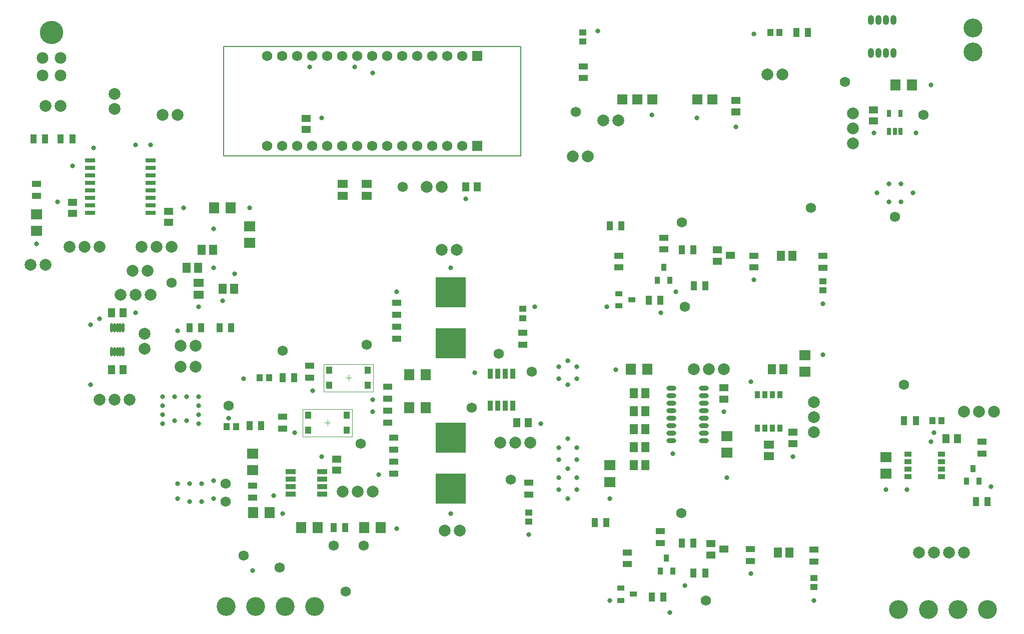
<source format=gts>
G04*
G04 #@! TF.GenerationSoftware,Altium Limited,Altium Designer,22.8.2 (66)*
G04*
G04 Layer_Color=8388736*
%FSLAX25Y25*%
%MOIN*%
G70*
G04*
G04 #@! TF.SameCoordinates,BEF1E4EC-90C0-4ACD-898C-557356F843F1*
G04*
G04*
G04 #@! TF.FilePolarity,Negative*
G04*
G01*
G75*
%ADD16C,0.00500*%
%ADD19C,0.00197*%
%ADD20C,0.00394*%
%ADD46R,0.06509X0.05524*%
%ADD47R,0.04934X0.06312*%
%ADD48O,0.01784X0.06312*%
%ADD49R,0.06706X0.03162*%
%ADD50C,0.06800*%
%ADD51R,0.04343X0.06115*%
%ADD52R,0.07690X0.06509*%
%ADD53R,0.06115X0.04343*%
%ADD54R,0.05524X0.06509*%
%ADD55R,0.06509X0.07690*%
%ADD56R,0.06312X0.04934*%
%ADD57R,0.03792X0.05131*%
%ADD58O,0.06509X0.03162*%
%ADD59R,0.04737X0.03556*%
%ADD60R,0.06312X0.04737*%
%ADD61R,0.03556X0.04737*%
%ADD62R,0.04540X0.04343*%
%ADD63R,0.03950X0.04737*%
%ADD64R,0.06902X0.03359*%
%ADD65R,0.03359X0.06902*%
%ADD66R,0.04343X0.04540*%
%ADD67R,0.20485X0.20485*%
%ADD68O,0.04147X0.06509*%
%ADD69R,0.03162X0.04737*%
%ADD70R,0.05131X0.03792*%
%ADD71C,0.07887*%
%ADD72C,0.06824*%
%ADD73R,0.06824X0.06824*%
%ADD74C,0.07800*%
%ADD75C,0.15600*%
%ADD76C,0.12611*%
%ADD77R,0.06800X0.06800*%
%ADD78C,0.03300*%
D16*
X164941Y338764D02*
Y411756D01*
Y338764D02*
X362933D01*
Y411756D01*
X164941D02*
X362933D01*
X164941Y338764D02*
Y411756D01*
Y338764D02*
X362933D01*
Y411756D01*
X164941D02*
X362933D01*
D19*
X217465Y151285D02*
Y169789D01*
X250535Y151285D02*
Y169789D01*
X217465D02*
X250535D01*
X217465Y151285D02*
X250535D01*
X231465Y181285D02*
Y199789D01*
X264535Y181285D02*
Y199789D01*
X231465D02*
X264535D01*
X231465Y181285D02*
X264535D01*
D20*
X232031Y160537D02*
X235968D01*
X234000Y158569D02*
Y162505D01*
X246031Y190537D02*
X249969D01*
X248000Y188568D02*
Y192506D01*
D46*
X260000Y319937D02*
D03*
Y312063D02*
D03*
X244000Y319937D02*
D03*
Y312063D02*
D03*
X148000Y246063D02*
D03*
Y253937D02*
D03*
X528000Y146063D02*
D03*
Y138189D02*
D03*
D47*
X97740Y234000D02*
D03*
X90260D02*
D03*
X97740Y196000D02*
D03*
X90260D02*
D03*
X333740Y318000D02*
D03*
X326260D02*
D03*
X360260Y160537D02*
D03*
X367740D02*
D03*
X646260Y150000D02*
D03*
X653740D02*
D03*
D48*
X97937Y224071D02*
D03*
X95969D02*
D03*
X94000D02*
D03*
X92032D02*
D03*
X90063D02*
D03*
X97937Y207929D02*
D03*
X95969D02*
D03*
X94000D02*
D03*
X92032D02*
D03*
X90063D02*
D03*
D49*
X116157Y300500D02*
D03*
Y305500D02*
D03*
Y310500D02*
D03*
Y315500D02*
D03*
Y320500D02*
D03*
Y325500D02*
D03*
Y330500D02*
D03*
Y335500D02*
D03*
X75842Y300500D02*
D03*
Y305500D02*
D03*
Y310500D02*
D03*
Y315500D02*
D03*
Y320500D02*
D03*
Y325500D02*
D03*
Y330500D02*
D03*
Y335500D02*
D03*
D50*
X284000Y318000D02*
D03*
X130000Y254000D02*
D03*
X472000Y238000D02*
D03*
X556000Y304000D02*
D03*
X470000Y294126D02*
D03*
X612000Y298000D02*
D03*
X469937Y100126D02*
D03*
X486000Y42000D02*
D03*
X178000Y72000D02*
D03*
X246000Y48000D02*
D03*
X202000Y64000D02*
D03*
X256000Y146537D02*
D03*
X168000Y172000D02*
D03*
X238000Y78537D02*
D03*
X258000D02*
D03*
X356000Y122537D02*
D03*
X330000Y170537D02*
D03*
X348000Y206537D02*
D03*
X166000Y108000D02*
D03*
X370000Y194537D02*
D03*
X260000Y212537D02*
D03*
X166000Y120000D02*
D03*
X204000Y208537D02*
D03*
X399400Y368100D02*
D03*
X578700Y387800D02*
D03*
X631000Y365800D02*
D03*
X618000Y186000D02*
D03*
D51*
X45937Y350000D02*
D03*
X38063D02*
D03*
X56126D02*
D03*
X64000D02*
D03*
X142063Y224000D02*
D03*
X149937D02*
D03*
X169937D02*
D03*
X162063D02*
D03*
X422063Y292000D02*
D03*
X429937D02*
D03*
X485937Y252000D02*
D03*
X478063D02*
D03*
X455937Y242126D02*
D03*
X448063D02*
D03*
X477937Y276000D02*
D03*
X470063D02*
D03*
X477937Y60126D02*
D03*
X485811D02*
D03*
X450000Y44126D02*
D03*
X457874D02*
D03*
X419937Y94000D02*
D03*
X412063D02*
D03*
X470000Y80126D02*
D03*
X477874D02*
D03*
X182063Y158537D02*
D03*
X189937D02*
D03*
X245937Y90537D02*
D03*
X238063D02*
D03*
X204063Y190537D02*
D03*
X211937D02*
D03*
X546314Y420900D02*
D03*
X554188D02*
D03*
X626000Y162000D02*
D03*
X618126D02*
D03*
X673937Y108000D02*
D03*
X666063D02*
D03*
D52*
X40000Y299512D02*
D03*
Y288488D02*
D03*
X182000Y291512D02*
D03*
Y280488D02*
D03*
X552000Y194614D02*
D03*
Y205638D02*
D03*
X422000Y132126D02*
D03*
Y121102D02*
D03*
X500000Y151512D02*
D03*
Y140488D02*
D03*
X184000Y140049D02*
D03*
Y129025D02*
D03*
X606000Y137512D02*
D03*
Y126488D02*
D03*
D53*
X40000Y312063D02*
D03*
Y319937D02*
D03*
X458000Y276189D02*
D03*
Y284063D02*
D03*
X518000Y264126D02*
D03*
Y272000D02*
D03*
X428000Y264189D02*
D03*
Y272063D02*
D03*
X564000Y264063D02*
D03*
Y271937D02*
D03*
X515937Y76126D02*
D03*
Y68252D02*
D03*
X433937Y74063D02*
D03*
Y66189D02*
D03*
X558000Y75937D02*
D03*
Y68063D02*
D03*
X455937Y88126D02*
D03*
Y80252D02*
D03*
X364000Y220474D02*
D03*
Y212600D02*
D03*
X204000Y156600D02*
D03*
Y164474D02*
D03*
X274000Y168474D02*
D03*
Y160600D02*
D03*
X278000Y126600D02*
D03*
Y134474D02*
D03*
Y142600D02*
D03*
Y150474D02*
D03*
X368000Y112600D02*
D03*
Y120474D02*
D03*
X274000Y176600D02*
D03*
Y184474D02*
D03*
X184000Y110600D02*
D03*
Y118474D02*
D03*
X222000Y190600D02*
D03*
Y198474D02*
D03*
X280000Y232600D02*
D03*
Y240474D02*
D03*
Y224474D02*
D03*
Y216600D02*
D03*
X404500Y398386D02*
D03*
Y390512D02*
D03*
X670000Y140063D02*
D03*
Y147937D02*
D03*
D54*
X171937Y250000D02*
D03*
X164063D02*
D03*
X147874Y264000D02*
D03*
X140000D02*
D03*
X157937Y276000D02*
D03*
X150063D02*
D03*
X534063Y74000D02*
D03*
X541937D02*
D03*
X536063Y272000D02*
D03*
X543937D02*
D03*
X438063Y156126D02*
D03*
X445937D02*
D03*
X438063Y144126D02*
D03*
X445937D02*
D03*
X438063Y132126D02*
D03*
X445937D02*
D03*
X438063Y180126D02*
D03*
X445937D02*
D03*
X438063Y168126D02*
D03*
X445937D02*
D03*
X537937Y196126D02*
D03*
X530063D02*
D03*
D55*
X169512Y304000D02*
D03*
X158488D02*
D03*
X447024Y196126D02*
D03*
X436000D02*
D03*
X258488Y90537D02*
D03*
X269512D02*
D03*
X216488D02*
D03*
X227512D02*
D03*
X299512Y170537D02*
D03*
X288488D02*
D03*
X184488Y100537D02*
D03*
X195512D02*
D03*
X288488Y192537D02*
D03*
X299512D02*
D03*
X623512Y386000D02*
D03*
X612488D02*
D03*
D56*
X64000Y300260D02*
D03*
Y307740D02*
D03*
X128000Y294260D02*
D03*
Y301740D02*
D03*
X219839Y356161D02*
D03*
Y363642D02*
D03*
X544000Y154126D02*
D03*
Y146646D02*
D03*
X498000Y176386D02*
D03*
Y183866D02*
D03*
X240000Y136277D02*
D03*
Y128797D02*
D03*
X506000Y375480D02*
D03*
Y368000D02*
D03*
X597700Y361860D02*
D03*
Y369340D02*
D03*
D57*
X535500Y179347D02*
D03*
X530500D02*
D03*
X525500D02*
D03*
X520500D02*
D03*
X535500Y156905D02*
D03*
X530500D02*
D03*
X525500D02*
D03*
X520500D02*
D03*
D58*
X484728Y148626D02*
D03*
Y153626D02*
D03*
Y158626D02*
D03*
Y163626D02*
D03*
Y168626D02*
D03*
Y173626D02*
D03*
Y178626D02*
D03*
Y183626D02*
D03*
X463272Y148626D02*
D03*
Y153626D02*
D03*
Y158626D02*
D03*
Y163626D02*
D03*
Y168626D02*
D03*
Y173626D02*
D03*
Y178626D02*
D03*
Y183626D02*
D03*
D59*
X428268Y246681D02*
D03*
Y238571D02*
D03*
X436732Y242626D02*
D03*
X437937Y46126D02*
D03*
X429472Y42071D02*
D03*
Y50181D02*
D03*
D60*
X502331Y272126D02*
D03*
X493669Y268386D02*
D03*
Y275866D02*
D03*
X489606Y79866D02*
D03*
Y72386D02*
D03*
X498268Y76126D02*
D03*
D61*
X453945Y255661D02*
D03*
X462055D02*
D03*
X458000Y264126D02*
D03*
X459937Y70126D02*
D03*
X463992Y61661D02*
D03*
X455882D02*
D03*
X664000Y130000D02*
D03*
X668055Y121535D02*
D03*
X659945D02*
D03*
D62*
X564000Y255051D02*
D03*
Y248949D02*
D03*
X558000Y50949D02*
D03*
Y57051D02*
D03*
X364000Y230435D02*
D03*
Y236537D02*
D03*
X368000Y100600D02*
D03*
Y94498D02*
D03*
X404300Y414949D02*
D03*
Y421051D02*
D03*
D63*
X221205Y165537D02*
D03*
Y155537D02*
D03*
X246795Y165537D02*
D03*
Y155537D02*
D03*
X235205Y195537D02*
D03*
Y185537D02*
D03*
X260795Y195537D02*
D03*
Y185537D02*
D03*
D64*
X209370Y128037D02*
D03*
Y123037D02*
D03*
Y118037D02*
D03*
Y113037D02*
D03*
X230630Y128037D02*
D03*
Y123037D02*
D03*
Y118037D02*
D03*
Y113037D02*
D03*
D65*
X357500Y193167D02*
D03*
X352500D02*
D03*
X347500D02*
D03*
X342500D02*
D03*
X357500Y171907D02*
D03*
X352500D02*
D03*
X347500D02*
D03*
X342500D02*
D03*
D66*
X195051Y190537D02*
D03*
X188949D02*
D03*
X173051Y158000D02*
D03*
X166949D02*
D03*
X535302Y420900D02*
D03*
X529200D02*
D03*
X637012Y162000D02*
D03*
X643114D02*
D03*
D67*
X316000Y150537D02*
D03*
Y116679D02*
D03*
Y247466D02*
D03*
Y213608D02*
D03*
D68*
X596200Y407375D02*
D03*
X601200D02*
D03*
X606200D02*
D03*
X611200D02*
D03*
X596200Y429225D02*
D03*
X601200D02*
D03*
X606200D02*
D03*
X611200D02*
D03*
D69*
X615740Y354995D02*
D03*
X608260D02*
D03*
X615740Y366806D02*
D03*
X608260D02*
D03*
X612000Y354995D02*
D03*
D70*
X643221Y124500D02*
D03*
Y129500D02*
D03*
Y134500D02*
D03*
Y139500D02*
D03*
X620780Y124500D02*
D03*
Y129500D02*
D03*
Y134500D02*
D03*
Y139500D02*
D03*
D71*
X112000Y220000D02*
D03*
Y210000D02*
D03*
X102000Y176000D02*
D03*
X92000D02*
D03*
X82000D02*
D03*
X96000Y246000D02*
D03*
X106000D02*
D03*
X116000D02*
D03*
X82000Y278000D02*
D03*
X72000D02*
D03*
X62000D02*
D03*
X110000D02*
D03*
X120000D02*
D03*
X130000D02*
D03*
X46000Y266000D02*
D03*
X36000D02*
D03*
X124000Y366000D02*
D03*
X134000D02*
D03*
X56000Y372000D02*
D03*
X46000D02*
D03*
X300000Y318000D02*
D03*
X310000D02*
D03*
X92000Y370000D02*
D03*
Y380000D02*
D03*
X114000Y262000D02*
D03*
X104000D02*
D03*
X136000Y198000D02*
D03*
X146000D02*
D03*
X136000Y212000D02*
D03*
X146000D02*
D03*
X558000Y154126D02*
D03*
Y164126D02*
D03*
Y174126D02*
D03*
X498000Y196126D02*
D03*
X488000D02*
D03*
X478000D02*
D03*
X628000Y74000D02*
D03*
X638000D02*
D03*
X648000D02*
D03*
X658000D02*
D03*
X322000Y88537D02*
D03*
X312000D02*
D03*
X369200Y147137D02*
D03*
X359200D02*
D03*
X349200D02*
D03*
X264000Y114537D02*
D03*
X254000D02*
D03*
X244000D02*
D03*
X320000Y276000D02*
D03*
X310000D02*
D03*
X427700Y362200D02*
D03*
X417700D02*
D03*
X537200Y393000D02*
D03*
X527200D02*
D03*
X584300Y366800D02*
D03*
Y356800D02*
D03*
Y346800D02*
D03*
X397500Y338400D02*
D03*
X407500D02*
D03*
X658000Y168000D02*
D03*
X668000D02*
D03*
X678000D02*
D03*
D72*
X193937Y345260D02*
D03*
Y405260D02*
D03*
X203937Y345260D02*
D03*
Y405260D02*
D03*
X213937Y345260D02*
D03*
Y405260D02*
D03*
X223937Y345260D02*
D03*
Y405260D02*
D03*
X233937Y345260D02*
D03*
Y405260D02*
D03*
X243937Y345260D02*
D03*
Y405260D02*
D03*
X253937Y345260D02*
D03*
Y405260D02*
D03*
X263937Y345260D02*
D03*
Y405260D02*
D03*
X273937Y345260D02*
D03*
Y405260D02*
D03*
X283937Y345260D02*
D03*
Y405260D02*
D03*
X293937Y345260D02*
D03*
Y405260D02*
D03*
X303937Y345260D02*
D03*
Y405260D02*
D03*
X313937Y345260D02*
D03*
Y405260D02*
D03*
X323937Y345260D02*
D03*
Y405260D02*
D03*
D73*
X333937Y345260D02*
D03*
Y405260D02*
D03*
D74*
X56000Y392200D02*
D03*
X44200D02*
D03*
Y404000D02*
D03*
X56000D02*
D03*
D75*
X50100Y421000D02*
D03*
D76*
X166315Y38000D02*
D03*
X225370D02*
D03*
X205685D02*
D03*
X186000D02*
D03*
X614630Y36000D02*
D03*
X673685D02*
D03*
X654000D02*
D03*
X634315D02*
D03*
X664000Y424000D02*
D03*
Y408000D02*
D03*
D77*
X490401Y376438D02*
D03*
X480401D02*
D03*
X450401D02*
D03*
X440401D02*
D03*
X430401D02*
D03*
D78*
X626000Y354000D02*
D03*
X64000Y332000D02*
D03*
X76000Y186000D02*
D03*
X82000Y230000D02*
D03*
X76000Y226000D02*
D03*
X164000Y242000D02*
D03*
X106000Y234000D02*
D03*
X78000Y344000D02*
D03*
X116000Y346000D02*
D03*
X230000Y364000D02*
D03*
X264000Y394000D02*
D03*
X222000Y398000D02*
D03*
X252000D02*
D03*
X124000Y172000D02*
D03*
Y166000D02*
D03*
Y160000D02*
D03*
Y178000D02*
D03*
X132000D02*
D03*
Y162000D02*
D03*
X140000D02*
D03*
Y178000D02*
D03*
X134000Y222000D02*
D03*
X148000Y238000D02*
D03*
X172000Y260000D02*
D03*
X158000Y264000D02*
D03*
Y290000D02*
D03*
X138000Y304000D02*
D03*
X182000D02*
D03*
X326000Y310000D02*
D03*
X40000Y280000D02*
D03*
X54000Y308000D02*
D03*
X106000Y346000D02*
D03*
X394000Y130000D02*
D03*
X388000Y198000D02*
D03*
X394000Y110000D02*
D03*
Y202000D02*
D03*
Y186000D02*
D03*
Y150000D02*
D03*
X400000Y198000D02*
D03*
Y190000D02*
D03*
X388000D02*
D03*
X400000Y136000D02*
D03*
X388000D02*
D03*
X400000Y144000D02*
D03*
X388000D02*
D03*
X400000Y124000D02*
D03*
X388000D02*
D03*
X400000Y116000D02*
D03*
X388000D02*
D03*
X608000Y320000D02*
D03*
X466000Y248000D02*
D03*
X516000Y188000D02*
D03*
X564000Y206000D02*
D03*
Y240000D02*
D03*
X518000Y256000D02*
D03*
X422000Y110000D02*
D03*
X464000Y140000D02*
D03*
X462000Y34000D02*
D03*
X422000Y42000D02*
D03*
X456000Y234000D02*
D03*
X420000Y238000D02*
D03*
X426000Y196000D02*
D03*
X500000Y124000D02*
D03*
X498000Y168000D02*
D03*
X472000Y52000D02*
D03*
X516000Y60000D02*
D03*
X558000Y42000D02*
D03*
X544000Y138000D02*
D03*
X676000Y118000D02*
D03*
X624000Y314000D02*
D03*
X600000D02*
D03*
X616000Y320000D02*
D03*
Y308000D02*
D03*
X608000D02*
D03*
X184000Y62000D02*
D03*
X168000Y163463D02*
D03*
X148000Y160000D02*
D03*
Y166000D02*
D03*
Y172000D02*
D03*
Y178000D02*
D03*
X134000Y120000D02*
D03*
X158000Y110000D02*
D03*
X134000D02*
D03*
X142000Y108000D02*
D03*
Y120000D02*
D03*
X150000Y108000D02*
D03*
Y120000D02*
D03*
X158000Y122000D02*
D03*
X316000Y264000D02*
D03*
X280000Y248000D02*
D03*
Y90000D02*
D03*
X316000Y100000D02*
D03*
X204000D02*
D03*
X198000Y112000D02*
D03*
X268000Y126000D02*
D03*
X230000Y138000D02*
D03*
X212000Y154000D02*
D03*
X264000Y168000D02*
D03*
Y176000D02*
D03*
X224000Y182000D02*
D03*
X178000Y190000D02*
D03*
X332000Y194000D02*
D03*
X368000Y86000D02*
D03*
X372000Y238000D02*
D03*
X606000Y116000D02*
D03*
X376000Y160000D02*
D03*
X638000Y154000D02*
D03*
X636000Y148000D02*
D03*
X620000Y116000D02*
D03*
X518000Y420000D02*
D03*
X450000Y366000D02*
D03*
X636000Y386000D02*
D03*
X480000Y364000D02*
D03*
X506000Y358000D02*
D03*
X414000Y422000D02*
D03*
X598000Y354000D02*
D03*
M02*

</source>
